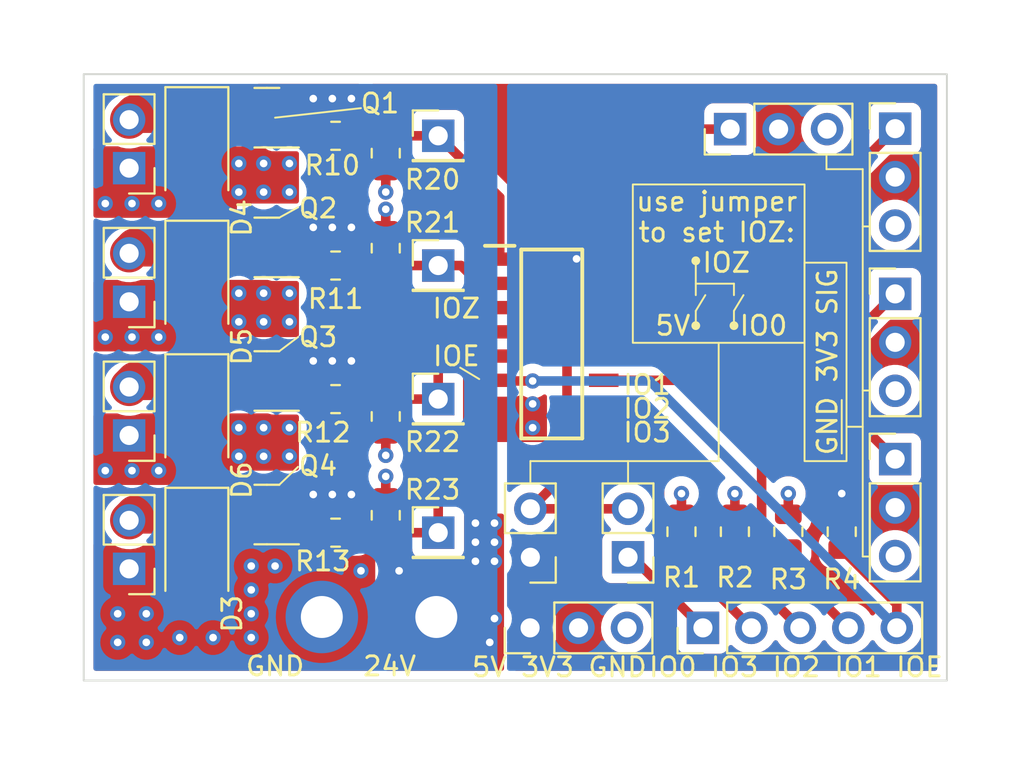
<source format=kicad_pcb>
(kicad_pcb (version 20211014) (generator pcbnew)
  (layers (0 "F.Cu" signal) (1 "In1.Cu" signal) (2 "In2.Cu" signal) (31 "B.Cu" signal) (34 "B.Paste" user) (35 "F.Paste" user) (36 "B.SilkS" user "B.Silkscreen") (37 "F.SilkS" user "F.Silkscreen") (38 "B.Mask" user) (39 "F.Mask" user) (44 "Edge.Cuts" user))
  (net 0 "")
  (net 1 "3V3")
  (net 2 "5V")
  (net 3 "IOZ")
  (net 4 "GND")
  (net 5 "IO0")
  (net 6 "Net-(D3-Pad1)")
  (net 7 "IO1")
  (net 8 "IO3")
  (net 9 "Net-(D4-Pad1)")
  (net 10 "Net-(D5-Pad1)")
  (net 11 "Net-(D6-Pad1)")
  (net 12 "Net-(Q3-Pad1)")
  (net 13 "Y4")
  (net 14 "Y6")
  (net 15 "Y7")
  (net 16 "Net-(Q1-Pad1)")
  (net 17 "Net-(Q2-Pad1)")
  (net 18 "Y5")
  (net 19 "Net-(Q4-Pad1)")
  (net 20 "24V")
  (net 21 "IO2")
  (net 22 "Y3")
  (net 23 "Y0")
  (net 24 "Y1")
  (net 25 "Y2")
  (net 26 "IOE")
  (footprint "Resistor_SMD:R_0805_2012Metric" (layer "F.Cu") (at 81.4 114.2 90)
    (fp_text reference "R3" (at -2.5 0 180) (layer "F.SilkS"))
    (fp_text value "1M")
    (pad "1" smd roundrect (at -0.9125 0 90) (size 1.025 1.4) (layers "F.Cu" "F.Paste" "F.Mask") (roundrect_rratio 0.243902) (net 7 "IO1"))
    (pad "2" smd roundrect (at 0.9125 0 90) (size 1.025 1.4) (layers "F.Cu" "F.Paste" "F.Mask") (roundrect_rratio 0.243902) (net 4 "GND"))
  )
  (footprint "Connector_PinHeader_2.54mm:PinHeader_1x02_P2.54mm_Vertical" (layer "F.Cu") (at 67.88 115.54 180)
    (fp_text reference "J5" hide)
    (fp_text value "Conn_01x02_Male")
    (pad "1" thru_hole rect (at 0 0 180) (size 1.7 1.7) (drill 1) (layers *.Cu *.Mask) (net 2 "5V"))
    (pad "2" thru_hole oval (at 0 2.54 180) (size 1.7 1.7) (drill 1) (layers *.Cu *.Mask) (net 3 "IOZ"))
  )
  (footprint "Connector_PinHeader_2.54mm:PinHeader_1x01_P2.54mm_Vertical" (layer "F.Cu") (at 63.05 114.25)
    (fp_text reference "J16" hide)
    (fp_text value "Conn_01x01_Male")
    (pad "1" thru_hole rect (at 0 0) (size 1.7 1.7) (drill 1) (layers *.Cu *.Mask) (net 18 "Y5"))
  )
  (footprint "Connector_PinHeader_2.54mm:PinHeader_1x01_P2.54mm_Vertical" (layer "F.Cu") (at 63.05 100.25)
    (fp_text reference "J14" hide)
    (fp_text value "Conn_01x01_Male")
    (pad "1" thru_hole rect (at 0 0) (size 1.7 1.7) (drill 1) (layers *.Cu *.Mask) (net 14 "Y6"))
  )
  (footprint "Resistor_SMD:R_0805_2012Metric" (layer "F.Cu") (at 57.67 93.45 180)
    (fp_text reference "R10" (at 0.17 -1.55 180) (layer "F.SilkS"))
    (fp_text value "100")
    (pad "1" smd roundrect (at -0.9125 0 180) (size 1.025 1.4) (layers "F.Cu" "F.Paste" "F.Mask") (roundrect_rratio 0.243902439) (net 13 "Y4"))
    (pad "2" smd roundrect (at 0.9125 0 180) (size 1.025 1.4) (layers "F.Cu" "F.Paste" "F.Mask") (roundrect_rratio 0.243902439) (net 16 "Net-(Q1-Pad1)"))
  )
  (footprint "Resistor_SMD:R_0805_2012Metric" (layer "F.Cu") (at 57.67 114.25 180)
    (fp_text reference "R13" (at 0.67 -1.5) (layer "F.SilkS"))
    (fp_text value "100")
    (pad "1" smd roundrect (at -0.9125 0 180) (size 1.025 1.4) (layers "F.Cu" "F.Paste" "F.Mask") (roundrect_rratio 0.243902439) (net 18 "Y5"))
    (pad "2" smd roundrect (at 0.9125 0 180) (size 1.025 1.4) (layers "F.Cu" "F.Paste" "F.Mask") (roundrect_rratio 0.243902439) (net 19 "Net-(Q4-Pad1)"))
  )
  (footprint "Resistor_SMD:R_0805_2012Metric" (layer "F.Cu") (at 84.2 114.2 90)
    (fp_text reference "R4" (at -2.5 0 180) (layer "F.SilkS"))
    (fp_text value "1M")
    (pad "1" smd roundrect (at -0.9125 0 90) (size 1.025 1.4) (layers "F.Cu" "F.Paste" "F.Mask") (roundrect_rratio 0.243902) (net 26 "IOE"))
    (pad "2" smd roundrect (at 0.9125 0 90) (size 1.025 1.4) (layers "F.Cu" "F.Paste" "F.Mask") (roundrect_rratio 0.243902) (net 2 "5V"))
  )
  (footprint "Connector_PinHeader_2.54mm:PinHeader_1x05_P2.54mm_Vertical" (layer "F.Cu") (at 76.925 119.24 90)
    (fp_text reference "J8" hide)
    (fp_text value "Conn_01x03_Male")
    (pad "1" thru_hole rect (at 0 0 90) (size 1.7 1.7) (drill 1) (layers *.Cu *.Mask) (net 5 "IO0"))
    (pad "2" thru_hole oval (at 0 2.54 90) (size 1.7 1.7) (drill 1) (layers *.Cu *.Mask) (net 8 "IO3"))
    (pad "3" thru_hole oval (at 0 5.08 90) (size 1.7 1.7) (drill 1) (layers *.Cu *.Mask) (net 21 "IO2"))
    (pad "4" thru_hole oval (at 0 7.62 90) (size 1.7 1.7) (drill 1) (layers *.Cu *.Mask) (net 7 "IO1"))
    (pad "5" thru_hole oval (at 0 10.16 90) (size 1.7 1.7) (drill 1) (layers *.Cu *.Mask) (net 26 "IOE"))
  )
  (footprint "Resistor_SMD:R_0805_2012Metric" (layer "F.Cu") (at 60.3 94.36 90)
    (fp_text reference "R20" (at -1.39 2.45 180) (layer "F.SilkS"))
    (fp_text value "1M")
    (pad "1" smd roundrect (at -0.9125 0 90) (size 1.025 1.4) (layers "F.Cu" "F.Paste" "F.Mask") (roundrect_rratio 0.243902439) (net 4 "GND"))
    (pad "2" smd roundrect (at 0.9125 0 90) (size 1.025 1.4) (layers "F.Cu" "F.Paste" "F.Mask") (roundrect_rratio 0.243902439) (net 13 "Y4"))
  )
  (footprint "Connector_PinHeader_2.54mm:PinHeader_1x03_P2.54mm_Vertical" (layer "F.Cu") (at 87 101.735)
    (fp_text reference "J11" hide)
    (fp_text value "Conn_01x03_Male")
    (pad "1" thru_hole rect (at 0 0) (size 1.7 1.7) (drill 1) (layers *.Cu *.Mask) (net 23 "Y0"))
    (pad "2" thru_hole oval (at 0 2.54) (size 1.7 1.7) (drill 1) (layers *.Cu *.Mask) (net 1 "3V3"))
    (pad "3" thru_hole oval (at 0 5.08) (size 1.7 1.7) (drill 1) (layers *.Cu *.Mask) (net 4 "GND"))
  )
  (footprint "Package_TO_SOT_SMD:SOT-23" (layer "F.Cu") (at 54.07 106.3 180)
    (fp_text reference "Q3" (at -2.68 2.3) (layer "F.SilkS"))
    (fp_text value "AO3400A")
    (pad "1" smd roundrect (at -0.9375 -0.95 180) (size 1.475 0.6) (layers "F.Cu" "F.Paste" "F.Mask") (net 12 "Net-(Q3-Pad1)"))
    (pad "2" smd roundrect (at -0.9375 0.95 180) (size 1.475 0.6) (layers "F.Cu" "F.Paste" "F.Mask") (net 20 "24V"))
    (pad "3" smd roundrect (at 0.9375 0 180) (size 1.475 0.6) (layers "F.Cu" "F.Paste" "F.Mask") (net 11 "Net-(D6-Pad1)"))
  )
  (footprint "Connector_PinHeader_2.54mm:PinHeader_1x03_P2.54mm_Vertical" (layer "F.Cu") (at 87 93.075)
    (fp_text reference "J10" hide)
    (fp_text value "Conn_01x03_Male")
    (pad "1" thru_hole rect (at 0 0) (size 1.7 1.7) (drill 1) (layers *.Cu *.Mask) (net 24 "Y1"))
    (pad "2" thru_hole oval (at 0 2.54) (size 1.7 1.7) (drill 1) (layers *.Cu *.Mask) (net 1 "3V3"))
    (pad "3" thru_hole oval (at 0 5.08) (size 1.7 1.7) (drill 1) (layers *.Cu *.Mask) (net 4 "GND"))
  )
  (footprint "Connector_PinHeader_2.54mm:PinHeader_1x02_P2.54mm_Vertical" (layer "F.Cu") (at 46.85 95.145 180)
    (fp_text reference "J1" hide)
    (fp_text value "Conn_01x02_Male")
    (pad "1" thru_hole rect (at 0 0 180) (size 1.7 1.7) (drill 1) (layers *.Cu *.Mask) (net 4 "GND"))
    (pad "2" thru_hole oval (at 0 2.54 180) (size 1.7 1.7) (drill 1) (layers *.Cu *.Mask) (net 9 "Net-(D4-Pad1)"))
  )
  (footprint "MountingHole:MountingHole_2.2mm_M2_ISO14580_Pad" (layer "F.Cu") (at 56.95 118.67)
    (fp_text reference "J17" hide)
    (fp_text value "Conn_01x01_Female")
    (pad "1" thru_hole circle (at 0 0) (size 3.8 3.8) (drill 2.2) (layers *.Cu *.Mask) (net 4 "GND"))
  )
  (footprint "Diode_SMD:D_SMA" (layer "F.Cu") (at 50.4 108.3 -90)
    (fp_text reference "D6" (at 3.2 -2.35 90) (layer "F.SilkS"))
    (fp_text value "SS54")
    (pad "1" smd rect (at -2 0 270) (size 2.5 1.8) (layers "F.Cu" "F.Paste" "F.Mask") (net 11 "Net-(D6-Pad1)"))
    (pad "2" smd rect (at 2 0 270) (size 2.5 1.8) (layers "F.Cu" "F.Paste" "F.Mask") (net 4 "GND"))
  )
  (footprint "Connector_PinHeader_2.54mm:PinHeader_1x01_P2.54mm_Vertical" (layer "F.Cu") (at 63.05 107.25)
    (fp_text reference "J15" hide)
    (fp_text value "Conn_01x01_Male")
    (pad "1" thru_hole rect (at 0 0) (size 1.7 1.7) (drill 1) (layers *.Cu *.Mask) (net 15 "Y7"))
  )
  (footprint "Connector_PinHeader_2.54mm:PinHeader_1x01_P2.54mm_Vertical" (layer "F.Cu") (at 63.05 93.45)
    (fp_text reference "J13" hide)
    (fp_text value "Conn_01x01_Male")
    (pad "1" thru_hole rect (at 0 0) (size 1.7 1.7) (drill 1) (layers *.Cu *.Mask) (net 13 "Y4"))
  )
  (footprint "SamacSys_Parts:SOIC127P600X175-16N" (layer "F.Cu") (at 69 104.36)
    (fp_text reference "IC1" hide)
    (fp_text value "CD4051BM96" hide)
    (pad "1" smd rect locked (at -2.725 -4.445 90) (size 0.7 1.55) (layers "F.Cu" "F.Paste" "F.Mask") (net 13 "Y4"))
    (pad "2" smd rect locked (at -2.725 -3.175 90) (size 0.7 1.55) (layers "F.Cu" "F.Paste" "F.Mask") (net 14 "Y6"))
    (pad "3" smd rect locked (at -2.725 -1.905 90) (size 0.7 1.55) (layers "F.Cu" "F.Paste" "F.Mask") (net 3 "IOZ"))
    (pad "4" smd rect locked (at -2.725 -0.635 90) (size 0.7 1.55) (layers "F.Cu" "F.Paste" "F.Mask") (net 15 "Y7"))
    (pad "5" smd rect locked (at -2.725 0.635 90) (size 0.7 1.55) (layers "F.Cu" "F.Paste" "F.Mask") (net 18 "Y5"))
    (pad "6" smd rect locked (at -2.725 1.905 90) (size 0.7 1.55) (layers "F.Cu" "F.Paste" "F.Mask") (net 26 "IOE"))
    (pad "7" smd rect locked (at -2.725 3.175 90) (size 0.7 1.55) (layers "F.Cu" "F.Paste" "F.Mask") (net 4 "GND"))
    (pad "8" smd rect locked (at -2.725 4.445 90) (size 0.7 1.55) (layers "F.Cu" "F.Paste" "F.Mask") (net 4 "GND"))
    (pad "9" smd rect locked (at 2.725 4.445 90) (size 0.7 1.55) (layers "F.Cu" "F.Paste" "F.Mask") (net 8 "IO3"))
    (pad "10" smd rect locked (at 2.725 3.175 90) (size 0.7 1.55) (layers "F.Cu" "F.Paste" "F.Mask") (net 21 "IO2"))
    (pad "11" smd rect locked (at 2.725 1.905 90) (size 0.7 1.55) (layers "F.Cu" "F.Paste" "F.Mask") (net 7 "IO1"))
    (pad "12" smd rect locked (at 2.725 0.635 90) (size 0.7 1.55) (layers "F.Cu" "F.Paste" "F.Mask") (net 22 "Y3"))
    (pad "13" smd rect locked (at 2.725 -0.635 90) (size 0.7 1.55) (layers "F.Cu" "F.Paste" "F.Mask") (net 23 "Y0"))
    (pad "14" smd rect locked (at 2.725 -1.905 90) (size 0.7 1.55) (layers "F.Cu" "F.Paste" "F.Mask") (net 24 "Y1"))
    (pad "15" smd rect locked (at 2.725 -3.175 90) (size 0.7 1.55) (layers "F.Cu" "F.Paste" "F.Mask") (net 25 "Y2"))
    (pad "16" smd rect locked (at 2.725 -4.445 90) (size 0.7 1.55) (layers "F.Cu" "F.Paste" "F.Mask") (net 2 "5V"))
  )
  (footprint "Resistor_SMD:R_0805_2012Metric" (layer "F.Cu") (at 57.67 107.25)
    (fp_text reference "R12" (at -0.67 1.75) (layer "F.SilkS"))
    (fp_text value "100")
    (pad "1" smd roundrect (at -0.9125 0) (size 1.025 1.4) (layers "F.Cu" "F.Paste" "F.Mask") (roundrect_rratio 0.243902439) (net 12 "Net-(Q3-Pad1)"))
    (pad "2" smd roundrect (at 0.9125 0) (size 1.025 1.4) (layers "F.Cu" "F.Paste" "F.Mask") (roundrect_rratio 0.243902439) (net 15 "Y7"))
  )
  (footprint "Connector_PinHeader_2.54mm:PinHeader_1x02_P2.54mm_Vertical" (layer "F.Cu") (at 46.85 109.155 180)
    (fp_text reference "J3" hide)
    (fp_text value "Conn_01x02_Male")
    (pad "1" thru_hole rect (at 0 0 180) (size 1.7 1.7) (drill 1) (layers *.Cu *.Mask) (net 4 "GND"))
    (pad "2" thru_hole oval (at 0 2.54 180) (size 1.7 1.7) (drill 1) (layers *.Cu *.Mask) (net 11 "Net-(D6-Pad1)"))
  )
  (footprint "Connector_PinHeader_2.54mm:PinHeader_1x02_P2.54mm_Vertical" (layer "F.Cu") (at 73 115.54 180)
    (fp_text reference "J6" hide)
    (fp_text value "Conn_01x02_Male")
    (pad "1" thru_hole rect (at 0 0 180) (size 1.7 1.7) (drill 1) (layers *.Cu *.Mask) (net 5 "IO0"))
    (pad "2" thru_hole oval (at 0 2.54 180) (size 1.7 1.7) (drill 1) (layers *.Cu *.Mask) (net 3 "IOZ"))
  )
  (footprint "Resistor_SMD:R_0805_2012Metric" (layer "F.Cu") (at 78.6 114.2 90)
    (fp_text reference "R2" (at -2.4 0 180) (layer "F.SilkS"))
    (fp_text value "1M")
    (pad "1" smd roundrect (at -0.9125 0 90) (size 1.025 1.4) (layers "F.Cu" "F.Paste" "F.Mask") (roundrect_rratio 0.243902) (net 21 "IO2"))
    (pad "2" smd roundrect (at 0.9125 0 90) (size 1.025 1.4) (layers "F.Cu" "F.Paste" "F.Mask") (roundrect_rratio 0.243902) (net 4 "GND"))
  )
  (footprint "Resistor_SMD:R_0805_2012Metric" (layer "F.Cu") (at 60.3 113.34 -90)
    (fp_text reference "R23" (at -1.34 -2.45 180) (layer "F.SilkS"))
    (fp_text value "1M")
    (pad "1" smd roundrect (at -0.9125 0 270) (size 1.025 1.4) (layers "F.Cu" "F.Paste" "F.Mask") (roundrect_rratio 0.243902439) (net 4 "GND"))
    (pad "2" smd roundrect (at 0.9125 0 270) (size 1.025 1.4) (layers "F.Cu" "F.Paste" "F.Mask") (roundrect_rratio 0.243902439) (net 18 "Y5"))
  )
  (footprint "Connector_PinHeader_2.54mm:PinHeader_1x03_P2.54mm_Vertical" (layer "F.Cu") (at 67.865 119.24 90)
    (fp_text reference "J7" hide)
    (fp_text value "Conn_01x03_Male")
    (pad "1" thru_hole rect (at 0 0 90) (size 1.7 1.7) (drill 1) (layers *.Cu *.Mask) (net 2 "5V"))
    (pad "2" thru_hole oval (at 0 2.54 90) (size 1.7 1.7) (drill 1) (layers *.Cu *.Mask) (net 1 "3V3"))
    (pad "3" thru_hole oval (at 0 5.08 90) (size 1.7 1.7) (drill 1) (layers *.Cu *.Mask) (net 4 "GND"))
  )
  (footprint "Connector_PinHeader_2.54mm:PinHeader_1x03_P2.54mm_Vertical" (layer "F.Cu") (at 78.35 93.1 90)
    (fp_text reference "J9" hide)
    (fp_text value "Conn_01x03_Male")
    (pad "1" thru_hole rect (at 0 0 90) (size 1.7 1.7) (drill 1) (layers *.Cu *.Mask) (net 25 "Y2"))
    (pad "2" thru_hole oval (at 0 2.54 90) (size 1.7 1.7) (drill 1) (layers *.Cu *.Mask) (net 1 "3V3"))
    (pad "3" thru_hole oval (at 0 5.08 90) (size 1.7 1.7) (drill 1) (layers *.Cu *.Mask) (net 4 "GND"))
  )
  (footprint "Resistor_SMD:R_0805_2012Metric" (layer "F.Cu") (at 60.3 108.16 90)
    (fp_text reference "R22" (at -1.34 2.45 180) (layer "F.SilkS"))
    (fp_text value "1M")
    (pad "1" smd roundrect (at -0.9125 0 90) (size 1.025 1.4) (layers "F.Cu" "F.Paste" "F.Mask") (roundrect_rratio 0.243902439) (net 4 "GND"))
    (pad "2" smd roundrect (at 0.9125 0 90) (size 1.025 1.4) (layers "F.Cu" "F.Paste" "F.Mask") (roundrect_rratio 0.243902439) (net 15 "Y7"))
  )
  (footprint "Resistor_SMD:R_0805_2012Metric" (layer "F.Cu") (at 57.67 100.25)
    (fp_text reference "R11" (at 0 1.75) (layer "F.SilkS"))
    (fp_text value "100")
    (pad "1" smd roundrect (at -0.9125 0) (size 1.025 1.4) (layers "F.Cu" "F.Paste" "F.Mask") (roundrect_rratio 0.243902439) (net 17 "Net-(Q2-Pad1)"))
    (pad "2" smd roundrect (at 0.9125 0) (size 1.025 1.4) (layers "F.Cu" "F.Paste" "F.Mask") (roundrect_rratio 0.243902439) (net 14 "Y6"))
  )
  (footprint "Package_TO_SOT_SMD:SOT-23" (layer "F.Cu") (at 54.07 92.5 180)
    (fp_text reference "Q1" (at -5.93 0.75) (layer "F.SilkS"))
    (fp_text value "AO3400A")
    (pad "1" smd roundrect (at -0.9375 -0.95 180) (size 1.475 0.6) (layers "F.Cu" "F.Paste" "F.Mask") (net 16 "Net-(Q1-Pad1)"))
    (pad "2" smd roundrect (at -0.9375 0.95 180) (size 1.475 0.6) (layers "F.Cu" "F.Paste" "F.Mask") (net 20 "24V"))
    (pad "3" smd roundrect (at 0.9375 0 180) (size 1.475 0.6) (layers "F.Cu" "F.Paste" "F.Mask") (net 9 "Net-(D4-Pad1)"))
  )
  (footprint "Diode_SMD:D_SMA" (layer "F.Cu") (at 50.4 94.3 -90)
    (fp_text reference "D4" (at 3.45 -2.35 90) (layer "F.SilkS"))
    (fp_text value "SS54")
    (pad "1" smd rect (at -2 0 270) (size 2.5 1.8) (layers "F.Cu" "F.Paste" "F.Mask") (net 9 "Net-(D4-Pad1)"))
    (pad "2" smd rect (at 2 0 270) (size 2.5 1.8) (layers "F.Cu" "F.Paste" "F.Mask") (net 4 "GND"))
  )
  (footprint "Connector_PinHeader_2.54mm:PinHeader_1x02_P2.54mm_Vertical" (layer "F.Cu") (at 46.85 116.145 180)
    (fp_text reference "J4" hide)
    (fp_text value "Conn_01x02_Male")
    (pad "1" thru_hole rect (at 0 0 180) (size 1.7 1.7) (drill 1) (layers *.Cu *.Mask) (net 4 "GND"))
    (pad "2" thru_hole oval (at 0 2.54 180) (size 1.7 1.7) (drill 1) (layers *.Cu *.Mask) (net 6 "Net-(D3-Pad1)"))
  )
  (footprint "Diode_SMD:D_SMA" (layer "F.Cu") (at 50.4 115.3 -90)
    (fp_text reference "D3" (at 3.2 -1.85 90) (layer "F.SilkS"))
    (fp_text value "SS54")
    (pad "1" smd rect (at -2 0 270) (size 2.5 1.8) (layers "F.Cu" "F.Paste" "F.Mask") (net 6 "Net-(D3-Pad1)"))
    (pad "2" smd rect (at 2 0 270) (size 2.5 1.8) (layers "F.Cu" "F.Paste" "F.Mask") (net 4 "GND"))
  )
  (footprint "Package_TO_SOT_SMD:SOT-23" (layer "F.Cu") (at 54.07 113.3 180)
    (fp_text reference "Q4" (at -2.68 2.55) (layer "F.SilkS"))
    (fp_text value "AO3400A")
    (pad "1" smd roundrect (at -0.9375 -0.95 180) (size 1.475 0.6) (layers "F.Cu" "F.Paste" "F.Mask") (net 19 "Net-(Q4-Pad1)"))
    (pad "2" smd roundrect (at -0.9375 0.95 180) (size 1.475 0.6) (layers "F.Cu" "F.Paste" "F.Mask") (net 20 "24V"))
    (pad "3" smd roundrect (at 0.9375 0 180) (size 1.475 0.6) (layers "F.Cu" "F.Paste" "F.Mask") (net 6 "Net-(D3-Pad1)"))
  )
  (footprint "Connector_PinHeader_2.54mm:PinHeader_1x03_P2.54mm_Vertical" (layer "F.Cu") (at 87 110.395)
    (fp_text reference "J12" hide)
    (fp_text value "Conn_01x03_Male")
    (pad "1" thru_hole rect (at 0 0) (size 1.7 1.7) (drill 1) (layers *.Cu *.Mask) (net 22 "Y3"))
    (pad "2" thru_hole oval (at 0 2.54) (size 1.7 1.7) (drill 1) (layers *.Cu *.Mask) (net 1 "3V3"))
    (pad "3" thru_hole oval (at 0 5.08) (size 1.7 1.7) (drill 1) (layers *.Cu *.Mask) (net 4 "GND"))
  )
  (footprint "MountingHole:MountingHole_2.2mm_M2_ISO14580_Pad" (layer "F.Cu") (at 62.95 118.67)
    (fp_text reference "J18" hide)
    (fp_text value "Conn_01x01_Female")
    (pad "1" thru_hole circle (at 0 0) (size 3.8 3.8) (drill 2.2) (layers *.Cu *.Mask) (net 20 "24V"))
  )
  (footprint "Connector_PinHeader_2.54mm:PinHeader_1x02_P2.54mm_Vertical" (layer "F.Cu") (at 46.85 102.15 180)
    (fp_text reference "J2" hide)
    (fp_text value "Conn_01x02_Male")
    (pad "1" thru_hole rect (at 0 0 180) (size 1.7 1.7) (drill 1) (layers *.Cu *.Mask) (net 4 "GND"))
    (pad "2" thru_hole oval (at 0 2.54 180) (size 1.7 1.7) (drill 1) (layers *.Cu *.Mask) (net 10 "Net-(D5-Pad1)"))
  )
  (footprint "Diode_SMD:D_SMA" (layer "F.Cu") (at 50.4 101.3 -90)
    (fp_text reference "D5" (at 3.2 -2.35 90) (layer "F.SilkS"))
    (fp_text value "SS54")
    (pad "1" smd rect (at -2 0 270) (size 2.5 1.8) (layers "F.Cu" "F.Paste" "F.Mask") (net 10 "Net-(D5-Pad1)"))
    (pad "2" smd rect (at 2 0 270) (size 2.5 1.8) (layers "F.Cu" "F.Paste" "F.Mask") (net 4 "GND"))
  )
  (footprint "Resistor_SMD:R_0805_2012Metric" (layer "F.Cu") (at 60.3 99.34 -90)
    (fp_text reference "R21" (at -1.34 -2.45 180) (layer "F.SilkS"))
    (fp_text value "1M")
    (pad "1" smd roundrect (at -0.9125 0 270) (size 1.025 1.4) (layers "F.Cu" "F.Paste" "F.Mask") (roundrect_rratio 0.243902439) (net 4 "GND"))
    (pad "2" smd roundrect (at 0.9125 0 270) (size 1.025 1.4) (layers "F.Cu" "F.Paste" "F.Mask") (roundrect_rratio 0.243902439) (net 14 "Y6"))
  )
  (footprint "Package_TO_SOT_SMD:SOT-23" (layer "F.Cu") (at 54.07 99.3 180)
    (fp_text reference "Q2" (at -2.68 2.05) (layer "F.SilkS"))
    (fp_text value "AO3400A")
    (pad "1" smd roundrect (at -0.9375 -0.95 180) (size 1.475 0.6) (layers "F.Cu" "F.Paste" "F.Mask") (net 17 "Net-(Q2-Pad1)"))
    (pad "2" smd roundrect (at -0.9375 0.95 180) (size 1.475 0.6) (layers "F.Cu" "F.Paste" "F.Mask") (net 20 "24V"))
    (pad "3" smd roundrect (at 0.9375 0 180) (size 1.475 0.6) (layers "F.Cu" "F.Paste" "F.Mask") (net 10 "Net-(D5-Pad1)"))
  )
  (footprint "Resistor_SMD:R_0805_2012Metric" (layer "F.Cu") (at 75.8 114.2 90)
    (fp_text reference "R1" (at -2.4 0 180) (layer "F.SilkS"))
    (fp_text value "1M")
    (pad "1" smd roundrect (at -0.9125 0 90) (size 1.025 1.4) (layers "F.Cu" "F.Paste" "F.Mask") (roundrect_rratio 0.243902) (net 8 "IO3"))
    (pad "2" smd roundrect (at 0.9125 0 90) (size 1.025 1.4) (layers "F.Cu" "F.Paste" "F.Mask") (roundrect_rratio 0.243902) (net 4 "GND"))
  )
  (gr_line (start 55.7 97.2) (end 54.72 97.74) (layer "F.SilkS") (width 0.1))
  (gr_line (start 55.7 110.8) (end 54.72 111.74) (layer "F.SilkS") (width 0.1))
  (gr_circle (center 76.55 100) (end 76.730278 100) (layer "F.SilkS") (width 0.1) (fill solid))
  (gr_line (start 78.55 101.2) (end 76.55 101.2) (layer "F.SilkS") (width 0.1))
  (gr_line (start 67.88 110.5) (end 77.75 110.5) (layer "F.SilkS") (width 0.1))
  (gr_line (start 55.7 104) (end 54.72 104.74) (layer "F.SilkS") (width 0.1))
  (gr_line (start 78.55 101.8) (end 78.55 101.2) (layer "F.SilkS") (width 0.1))
  (gr_line (start 73 111.67) (end 73 110.5) (layer "F.SilkS") (width 0.1))
  (gr_line (start 64.2 105.6) (end 65.2 106.2) (layer "F.SilkS") (width 0.1))
  (gr_line (start 85.3 98.2) (end 85.6 98.2) (layer "F.SilkS") (width 0.1))
  (gr_line (start 85.3 115.5) (end 85.3 95.2) (layer "F.SilkS") (width 0.1))
  (gr_line (start 67.88 111.67) (end 67.88 110.5) (layer "F.SilkS") (width 0.1))
  (gr_rect (start 82.25 104.3) (end 73.25 96) (layer "F.SilkS") (width 0.1) (fill none))
  (gr_line (start 77.75 104.3) (end 77.75 110.5) (layer "F.SilkS") (width 0.1))
  (gr_line (start 85.3 106.8) (end 85.6 106.8) (layer "F.SilkS") (width 0.1))
  (gr_circle (center 78.55 103.4) (end 78.730278 103.4) (layer "F.SilkS") (width 0.1) (fill solid))
  (gr_line (start 59 92) (end 54.5 92.5) (layer "F.SilkS") (width 0.1))
  (gr_line (start 76.55 101.8) (end 76.55 100.2) (layer "F.SilkS") (width 0.1))
  (gr_line (start 85.3 95.2) (end 83.4 95.2) (layer "F.SilkS") (width 0.1))
  (gr_line (start 76.55 102.625) (end 77.05 101.8) (layer "F.SilkS") (width 0.1))
  (gr_line (start 76.55 103.175) (end 76.55 102.625) (layer "F.SilkS") (width 0.1))
  (gr_line (start 83.4 95.2) (end 83.4 94.5) (layer "F.SilkS") (width 0.1))
  (gr_rect (start 84.45 110.5) (end 82.25 100.1) (layer "F.SilkS") (width 0.1) (fill none))
  (gr_line (start 78.55 102.625) (end 79.05 101.8) (layer "F.SilkS") (width 0.1))
  (gr_line (start 85.6 115.5) (end 85.3 115.5) (layer "F.SilkS") (width 0.1))
  (gr_circle (center 76.55 103.4) (end 76.730278 103.4) (layer "F.SilkS") (width 0.1) (fill solid))
  (gr_line (start 84.2 110.1) (end 84.2 107.3) (layer "F.SilkS") (width 0.1))
  (gr_line (start 84.5 108.7) (end 85.3 108.7) (layer "F.SilkS") (width 0.1))
  (gr_line (start 78.55 103.175) (end 78.55 102.625) (layer "F.SilkS") (width 0.1))
  (gr_rect (start 44.47 90.22) (end 89.71 122) (layer "Edge.Cuts") (width 0.1) (fill none))
  (gr_text "IO0 IO3 IO2 IO1 IOE" (at 81.8 121.3) (layer "F.SilkS") (effects (font (size 1 1))))
  (gr_text "use jumper\nto set IOZ:" (at 77.65 97.7) (layer "F.SilkS") (effects (font (size 1 1))))
  (gr_text "IOE" (at 64 105) (layer "F.SilkS") (effects (font (size 1 1))))
  (gr_text "IO3" (at 74 109) (layer "F.SilkS") (effects (font (size 1 1))))
  (gr_text "IOZ" (at 64 102.5) (layer "F.SilkS") (effects (font (size 1 1))))
  (gr_text "IO0" (at 80.1 103.4) (layer "F.SilkS") (effects (font (size 1 1))))
  (gr_text "IO2" (at 74 107.75) (layer "F.SilkS") (effects (font (size 1 1))))
  (gr_text "IO1" (at 74 106.5) (layer "F.SilkS") (effects (font (size 1 1))))
  (gr_text "GND" (at 54.5 121.25) (layer "F.SilkS") (effects (font (size 1 1))))
  (gr_text "5V" (at 75.35 103.4) (layer "F.SilkS") (effects (font (size 1 1))))
  (gr_text "24V" (at 60.5 121.25) (layer "F.SilkS") (effects (font (size 1 1))))
  (gr_text "5V 3V3 GND" (at 69.4 121.3) (layer "F.SilkS") (effects (font (size 1 1))))
  (gr_text "IOZ" (at 78.15 100.1) (layer "F.SilkS") (effects (font (size 1 1))))
  (gr_text "GND 3V3 SIG" (at 83.45 105.3 90) (layer "F.SilkS") (effects (font (size 1 1))))
  (segment (start 84.2 113.2875) (end 84.2 112.2) (width 0.5) (layer "F.Cu") (net 2))
  (segment (start 70.315 99.915) (end 70.3 99.9) (width 1) (layer "F.Cu") (net 2))
  (segment (start 71.725 99.915) (end 70.315 99.915) (width 1) (layer "F.Cu") (net 2))
  (via (at 84.2 112.2) (size 0.8) (drill 0.4) (layers "F.Cu" "B.Cu") (net 2))
  (via (at 70.3 99.9) (size 0.8) (drill 0.4) (layers "F.Cu" "B.Cu") (net 2))
  (segment (start 69.8 111.08) (end 67.88 113) (width 0.5) (layer "F.Cu") (net 3))
  (segment (start 68.255 102.455) (end 69.8 104) (width 0.5) (layer "F.Cu") (net 3))
  (segment (start 66.275 102.455) (end 68.255 102.455) (width 0.5) (layer "F.Cu") (net 3))
  (segment (start 69.8 104) (end 69.8 111.08) (width 0.5) (layer "F.Cu") (net 3))
  (segment (start 73 113) (end 67.88 113) (width 0.5) (layer "F.Cu") (net 3))
  (segment (start 60.3 98.4275) (end 60.3 97.3) (width 0.5) (layer "F.Cu") (net 4))
  (segment (start 81.4 113.2875) (end 81.4 112.2) (width 0.5) (layer "F.Cu") (net 4))
  (segment (start 60.3 95.2725) (end 60.3 96.4) (width 0.5) (layer "F.Cu") (net 4))
  (segment (start 60.3 112.4275) (end 60.3 111.3) (width 0.5) (layer "F.Cu") (net 4))
  (segment (start 60.3 109.0725) (end 60.3 110.2) (width 0.5) (layer "F.Cu") (net 4))
  (segment (start 75.8 113.2875) (end 75.8 112.2) (width 0.5) (layer "F.Cu") (net 4))
  (segment (start 78.6 113.2875) (end 78.6 112.2) (width 0.5) (layer "F.Cu") (net 4))
  (via (at 53.9 94.9) (size 0.8) (drill 0.4) (layers "F.Cu" "B.Cu") (net 4))
  (via (at 47 111) (size 0.8) (drill 0.4) (layers "F.Cu" "B.Cu") (net 4))
  (via (at 54.5 116) (size 0.8) (drill 0.4) (layers "F.Cu" "B.Cu") (net 4))
  (via (at 81.4 112.2) (size 0.8) (drill 0.4) (layers "F.Cu" "B.Cu") (net 4))
  (via (at 53.9 96.4) (size 0.8) (drill 0.4) (layers "F.Cu" "B.Cu") (net 4))
  (via (at 68 108.75) (size 0.8) (drill 0.4) (layers "F.Cu" "B.Cu") (net 4))
  (via (at 46.25 118.5) (size 0.8) (drill 0.4) (layers "F.Cu" "B.Cu") (net 4))
  (via (at 45.6 104) (size 0.8) (drill 0.4) (layers "F.Cu" "B.Cu") (net 4))
  (via (at 49.5 119.75) (size 0.8) (drill 0.4) (layers "F.Cu" "B.Cu") (net 4))
  (via (at 60.3 111.3) (size 0.8) (drill 0.4) (layers "F.Cu" "B.Cu") (net 4))
  (via (at 45.6 111) (size 0.8) (drill 0.4) (layers "F.Cu" "B.Cu") (net 4))
  (via (at 60.3 96.4) (size 0.8) (drill 0.4) (layers "F.Cu" "B.Cu") (net 4))
  (via (at 52.6 94.9) (size 0.8) (drill 0.4) (layers "F.Cu" "B.Cu") (net 4))
  (via (at 53.9 108.75) (size 0.8) (drill 0.4) (layers "F.Cu" "B.Cu") (net 4))
  (via (at 46.25 120) (size 0.8) (drill 0.4) (layers "F.Cu" "B.Cu") (net 4))
  (via (at 75.8 112.2) (size 0.8) (drill 0.4) (layers "F.Cu" "B.Cu") (net 4))
  (via (at 60.3 110.2) (size 0.8) (drill 0.4) (layers "F.Cu" "B.Cu") (net 4))
  (via (at 48.4 111) (size 0.8) (drill 0.4) (layers "F.Cu" "B.Cu") (net 4))
  (via (at 55.25 96.4) (size 0.8) (drill 0.4) (layers "F.Cu" "B.Cu") (net 4))
  (via (at 51.25 119.75) (size 0.8) (drill 0.4) (layers "F.Cu" "B.Cu") (net 4))
  (via (at 52.6 110.25) (size 0.8) (drill 0.4) (layers "F.Cu" "B.Cu") (net 4))
  (via (at 47 104) (size 0.8) (drill 0.4) (layers "F.Cu" "B.Cu") (net 4))
  (via (at 60.3 97.3) (size 0.8) (drill 0.4) (layers "F.Cu" "B.Cu") (net 4))
  (via (at 53.9 103.2) (size 0.8) (drill 0.4) (layers "F.Cu" "B.Cu") (net 4))
  (via (at 52.6 96.4) (size 0.8) (drill 0.4) (layers "F.Cu" "B.Cu") (net 4))
  (via (at 47.75 118.5) (size 0.8) (drill 0.4) (layers "F.Cu" "B.Cu") (net 4))
  (via (at 47.75 120) (size 0.8) (drill 0.4) (layers "F.Cu" "B.Cu") (net 4))
  (via (at 55.25 110.25) (size 0.8) (drill 0.4) (layers "F.Cu" "B.Cu") (net 4))
  (via (at 53.9 101.7) (size 0.8) (drill 0.4) (layers "F.Cu" "B.Cu") (net 4))
  (via (at 59 116.25) (size 0.8) (drill 0.4) (layers "F.Cu" "B.Cu") (net 4))
  (via (at 47 97) (size 0.8) (drill 0.4) (layers "F.Cu" "B.Cu") (net 4))
  (via (at 52.6 101.7) (size 0.8) (drill 0.4) (layers "F.Cu" "B.Cu") (net 4))
  (via (at 68 107.5) (size 0.8) (drill 0.4) (layers "F.Cu" "B.Cu") (net 4))
  (via (at 55.25 108.75) (size 0.8) (drill 0.4) (layers "F.Cu" "B.Cu") (net 4))
  (via (at 48.4 104) (size 0.8) (drill 0.4) (layers "F.Cu" "B.Cu") (net 4))
  (via (at 78.6 112.2) (size 0.8) (drill 0.4) (layers "F.Cu" "B.Cu") (net 4))
  (via (at 53.9 110.25) (size 0.8) (drill 0.4) (layers "F.Cu" "B.Cu") (net 4))
  (via (at 45.6 97) (size 0.8) (drill 0.4) (layers "F.Cu" "B.Cu") (net 4))
  (via (at 55.25 94.9) (size 0.8) (drill 0.4) (layers "F.Cu" "B.Cu") (net 4))
  (via (at 55.25 101.7) (size 0.8) (drill 0.4) (layers "F.Cu" "B.Cu") (net 4))
  (via (at 53.25 119.75) (size 0.8) (drill 0.4) (layers "F.Cu" "B.Cu") (net 4))
  (via (at 52.6 108.75) (size 0.8) (drill 0.4) (layers "F.Cu" "B.Cu") (net 4))
  (via (at 55.25 103.2) (size 0.8) (drill 0.4) (layers "F.Cu" "B.Cu") (net 4))
  (via (at 53.25 118.5) (size 0.8) (drill 0.4) (layers "F.Cu" "B.Cu") (net 4))
  (via (at 53.25 117.25) (size 0.8) (drill 0.4) (layers "F.Cu" "B.Cu") (net 4))
  (via (at 52.6 103.2) (size 0.8) (drill 0.4) (layers "F.Cu" "B.Cu") (net 4))
  (via (at 53.25 116) (size 0.8) (drill 0.4) (layers "F.Cu" "B.Cu") (net 4))
  (via (at 48.4 97) (size 0.8) (drill 0.4) (layers "F.Cu" "B.Cu") (net 4))
  (segment (start 73.225 115.54) (end 76.925 119.24) (width 0.5) (layer "F.Cu") (net 5))
  (segment (start 73 115.54) (end 73.225 115.54) (width 0.5) (layer "F.Cu") (net 5))
  (segment (start 53.1325 113.3) (end 50.4 113.3) (width 2) (layer "F.Cu") (net 6))
  (segment (start 47.155 113.3) (end 46.85 113.605) (width 2) (layer "F.Cu") (net 6))
  (segment (start 50.4 113.3) (end 47.155 113.3) (width 2) (layer "F.Cu") (net 6))
  (segment (start 80 114.6) (end 80 109.9) (width 0.5) (layer "F.Cu") (net 7))
  (segment (start 80 109.9) (end 76.365 106.265) (width 0.5) (layer "F.Cu") (net 7))
  (segment (start 80.5125 115.1125) (end 80 114.6) (width 0.5) (layer "F.Cu") (net 7))
  (segment (start 84.545 119.24) (end 81.4 116.095) (width 0.5) (layer "F.Cu") (net 7))
  (segment (start 81.4 115.1125) (end 80.5125 115.1125) (width 0.5) (layer "F.Cu") (net 7))
  (segment (start 76.365 106.265) (end 71.725 106.265) (width 0.5) (layer "F.Cu") (net 7))
  (segment (start 81.4 116.095) (end 81.4 115.1125) (width 0.5) (layer "F.Cu") (net 7))
  (segment (start 74.65048 111.55048) (end 74 110.9) (width 0.5) (layer "F.Cu") (net 8))
  (segment (start 71.725 110.025) (end 71.725 108.805) (width 0.5) (layer "F.Cu") (net 8))
  (segment (start 75.8 115.575) (end 75.8 115.1125) (width 0.5) (layer "F.Cu") (net 8))
  (segment (start 74 110.9) (end 72.6 110.9) (width 0.5) (layer "F.Cu") (net 8))
  (segment (start 72.6 110.9) (end 71.725 110.025) (width 0.5) (layer "F.Cu") (net 8))
  (segment (start 75.8 115.1125) (end 75.3125 115.1125) (width 0.5) (layer "F.Cu") (net 8))
  (segment (start 79.465 119.24) (end 75.8 115.575) (width 0.5) (layer "F.Cu") (net 8))
  (segment (start 74.65048 114.45048) (end 74.65048 111.55048) (width 0.5) (layer "F.Cu") (net 8))
  (segment (start 75.3125 115.1125) (end 74.65048 114.45048) (width 0.5) (layer "F.Cu") (net 8))
  (segment (start 47.155 92.3) (end 46.85 92.605) (width 2) (layer "F.Cu") (net 9))
  (segment (start 53.1325 92.5) (end 50.6 92.5) (width 2) (layer "F.Cu") (net 9))
  (segment (start 50.4 92.3) (end 47.155 92.3) (width 2) (layer "F.Cu") (net 9))
  (segment (start 50.6 92.5) (end 50.4 92.3) (width 2) (layer "F.Cu") (net 9))
  (segment (start 47.16 99.3) (end 46.85 99.61) (width 2) (layer "F.Cu") (net 10))
  (segment (start 50.4 99.3) (end 47.16 99.3) (width 2) (layer "F.Cu") (net 10))
  (segment (start 53.1325 99.3) (end 50.4 99.3) (width 2) (layer "F.Cu") (net 10))
  (segment (start 47.165 106.3) (end 46.85 106.615) (width 2) (layer "F.Cu") (net 11))
  (segment (start 50.4 106.3) (end 47.165 106.3) (width 2) (layer "F.Cu") (net 11))
  (segment (start 53.1325 106.3) (end 50.4 106.3) (width 2) (layer "F.Cu") (net 11))
  (segment (start 56.7575 107.25) (end 55.0075 107.25) (width 0.5) (layer "F.Cu") (net 12))
  (segment (start 58.585 93.4475) (end 58.5825 93.45) (width 0.5) (layer "F.Cu") (net 13))
  (segment (start 66.275 96.675) (end 63.05 93.45) (width 0.5) (layer "F.Cu") (net 13))
  (segment (start 60.3 93.4475) (end 58.585 93.4475) (width 0.5) (layer "F.Cu") (net 13))
  (segment (start 63.05 93.45) (end 60.3025 93.45) (width 0.5) (layer "F.Cu") (net 13))
  (segment (start 60.3025 93.45) (end 60.3 93.4475) (width 0.5) (layer "F.Cu") (net 13))
  (segment (start 66.275 99.915) (end 66.275 96.675) (width 0.5) (layer "F.Cu") (net 13))
  (segment (start 60.3 100.2525) (end 58.585 100.2525) (width 0.5) (layer "F.Cu") (net 14))
  (segment (start 66.275 101.185) (end 65.185 101.185) (width 0.5) (layer "F.Cu") (net 14))
  (segment (start 63.05 100.25) (end 60.3025 100.25) (width 0.5) (layer "F.Cu") (net 14))
  (segment (start 65.185 101.185) (end 64.25 100.25) (width 0.5) (layer "F.Cu") (net 14))
  (segment (start 64.25 100.25) (end 63.05 100.25) (width 0.5) (layer "F.Cu") (net 14))
  (segment (start 60.3025 100.25) (end 60.3 100.2525) (width 0.5) (layer "F.Cu") (net 14))
  (segment (start 58.585 100.2525) (end 58.5825 100.25) (width 0.5) (layer "F.Cu") (net 14))
  (segment (start 63.05 107.25) (end 60.3025 107.25) (width 0.5) (layer "F.Cu") (net 15))
  (segment (start 63.05 104.7) (end 63.05 107.25) (width 0.5) (layer "F.Cu") (net 15))
  (segment (start 66.275 103.725) (end 64.025 103.725) (width 0.5) (layer "F.Cu") (net 15))
  (segment (start 60.3025 107.25) (end 60.3 107.2475) (width 0.5) (layer "F.Cu") (net 15))
  (segment (start 60.3 107.2475) (end 58.585 107.2475) (width 0.5) (layer "F.Cu") (net 15))
  (segment (start 64.025 103.725) (end 63.05 104.7) (width 0.5) (layer "F.Cu") (net 15))
  (segment (start 58.585 107.2475) (end 58.5825 107.25) (width 0.5) (layer "F.Cu") (net 15))
  (segment (start 56.7575 93.45) (end 55.0075 93.45) (width 0.5) (layer "F.Cu") (net 16))
  (segment (start 56.7575 100.25) (end 55.0075 100.25) (width 0.5) (layer "F.Cu") (net 17))
  (segment (start 64.6 109.2) (end 63.05 110.75) (width 0.5) (layer "F.Cu") (net 18))
  (segment (start 65.505 104.995) (end 64.6 105.9) (width 0.5) (layer "F.Cu") (net 18))
  (segment (start 60.3025 114.25) (end 60.3 114.2525) (width 0.5) (layer "F.Cu") (net 18))
  (segment (start 63.05 114.25) (end 60.3025 114.25) (width 0.5) (layer "F.Cu") (net 18))
  (segment (start 66.275 104.995) (end 65.505 104.995) (width 0.5) (layer "F.Cu") (net 18))
  (segment (start 58.585 114.2525) (end 58.5825 114.25) (width 0.5) (layer "F.Cu") (net 18))
  (segment (start 64.6 105.9) (end 64.6 109.2) (width 0.5) (layer "F.Cu") (net 18))
  (segment (start 60.3 114.2525) (end 58.585 114.2525) (width 0.5) (layer "F.Cu") (net 18))
  (segment (start 63.05 110.75) (end 63.05 114.25) (width 0.5) (layer "F.Cu") (net 18))
  (segment (start 56.7575 114.25) (end 55.0075 114.25) (width 0.5) (layer "F.Cu") (net 19))
  (via (at 56.5 91.5) (size 0.8) (drill 0.4) (layers "F.Cu" "B.Cu") (net 20))
  (via (at 56.5 105.25) (size 0.8) (drill 0.4) (layers "F.Cu" "B.Cu") (net 20))
  (via (at 56.5 112.25) (size 0.8) (drill 0.4) (layers "F.Cu" "B.Cu") (net 20))
  (via (at 65 114.75) (size 0.8) (drill 0.4) (layers "F.Cu" "B.Cu") (net 20))
  (via (at 65 115.75) (size 0.8) (drill 0.4) (layers "F.Cu" "B.Cu") (net 20))
  (via (at 57.5 91.5) (size 0.8) (drill 0.4) (layers "F.Cu" "B.Cu") (net 20))
  (via (at 56.5 98.25) (size 0.8) (drill 0.4) (layers "F.Cu" "B.Cu") (net 20))
  (via (at 58.5 91.5) (size 0.8) (drill 0.4) (layers "F.Cu" "B.Cu") (net 20))
  (via (at 65.75 120) (size 0.8) (drill 0.4) (layers "F.Cu" "B.Cu") (net 20))
  (via (at 66 113.75) (size 0.8) (drill 0.4) (layers "F.Cu" "B.Cu") (net 20))
  (via (at 66 115.75) (size 0.8) (drill 0.4) (layers "F.Cu" "B.Cu") (net 20))
  (via (at 57.5 105.25) (size 0.8) (drill 0.4) (layers "F.Cu" "B.Cu") (net 20))
  (via (at 57.5 112.25) (size 0.8) (drill 0.4) (layers "F.Cu" "B.Cu") (net 20))
  (via (at 58.5 112.25) (size 0.8) (drill 0.4) (layers "F.Cu" "B.Cu") (net 20))
  (via (at 66 114.75) (size 0.8) (drill 0.4) (layers "F.Cu" "B.Cu") (net 20))
  (via (at 61 116.25) (size 0.8) (drill 0.4) (layers "F.Cu" "B.Cu") (net 20))
  (via (at 65 113.75) (size 0.8) (drill 0.4) (layers "F.Cu" "B.Cu") (net 20))
  (via (at 66 118.75) (size 0.8) (drill 0.4) (layers "F.Cu" "B.Cu") (net 20))
  (via (at 58.5 98.25) (size 0.8) (drill 0.4) (layers "F.Cu" "B.Cu") (net 20))
  (via (at 58.5 105.25) (size 0.8) (drill 0.4) (layers "F.Cu" "B.Cu") (net 20))
  (via (at 57.5 98.25) (size 0.8) (drill 0.4) (layers "F.Cu" "B.Cu") (net 20))
  (segment (start 77.1 114.4) (end 77.8125 115.1125) (width 0.5) (layer "F.Cu") (net 21))
  (segment (start 78.6 115.835) (end 78.6 115.1125) (width 0.5) (layer "F.Cu") (net 21))
  (segment (start 77.1 111.6) (end 77.1 114.4) (width 0.5) (layer "F.Cu") (net 21))
  (segment (start 77.8125 115.1125) (end 78.6 115.1125) (width 0.5) (layer "F.Cu") (net 21))
  (segment (start 82.005 119.24) (end 78.6 115.835) (width 0.5) (layer "F.Cu") (net 21))
  (segment (start 73.035 107.535) (end 77.1 111.6) (width 0.5) (layer "F.Cu") (net 21))
  (segment (start 71.725 107.535) (end 73.035 107.535) (width 0.5) (layer "F.Cu") (net 21))
  (segment (start 81.6 104.995) (end 87 110.395) (width 0.5) (layer "F.Cu") (net 22))
  (segment (start 71.725 104.995) (end 81.6 104.995) (width 0.5) (layer "F.Cu") (net 22))
  (segment (start 71.725 103.725) (end 85.01 103.725) (width 0.5) (layer "F.Cu") (net 23))
  (segment (start 85.01 103.725) (end 87 101.735) (width 0.5) (layer "F.Cu") (net 23))
  (segment (start 74.145 102.455) (end 81.2 95.4) (width 0.5) (layer "F.Cu") (net 24))
  (segment (start 71.725 102.455) (end 74.145 102.455) (width 0.5) (layer "F.Cu") (net 24))
  (segment (start 81.2 95.4) (end 84.675 95.4) (width 0.5) (layer "F.Cu") (net 24))
  (segment (start 84.675 95.4) (end 87 93.075) (width 0.5) (layer "F.Cu") (net 24))
  (segment (start 71.725 101.185) (end 72.815 101.185) (width 0.5) (layer "F.Cu") (net 25))
  (segment (start 73.6 95) (end 75.5 93.1) (width 0.5) (layer "F.Cu") (net 25))
  (segment (start 73.6 100.4) (end 73.6 95) (width 0.5) (layer "F.Cu") (net 25))
  (segment (start 72.815 101.185) (end 73.6 100.4) (width 0.5) (layer "F.Cu") (net 25))
  (segment (start 75.5 93.1) (end 78.35 93.1) (width 0.5) (layer "F.Cu") (net 25))
  (segment (start 87.085 117.9975) (end 84.2 115.1125) (width 0.5) (layer "F.Cu") (net 26))
  (segment (start 68 106.3) (end 66.31 106.3) (width 0.5) (layer "F.Cu") (net 26))
  (segment (start 87.085 119.24) (end 87.085 117.9975) (width 0.5) (layer "F.Cu") (net 26))
  (segment (start 66.31 106.3) (end 66.275 106.265) (width 0.5) (layer "F.Cu") (net 26))
  (via (at 68 106.3) (size 0.8) (drill 0.4) (layers "F.Cu" "B.Cu") (net 26))
  (segment (start 74.145 106.3) (end 68 106.3) (width 0.5) (layer "B.Cu") (net 26))
  (segment (start 87.085 119.24) (end 74.145 106.3) (width 0.5) (layer "B.Cu") (net 26))
  (zone (net 20) (net_name "24V") (layer "F.Cu") (name "24V") (priority 1) (connect_pads thru_hole_only (clearance 0.508)) (min_thickness 0.254) (fill yes (thermal_gap 0.508) (thermal_bridge_width 0.508))
    (polygon (pts (xy 59 99.5) (xy 53.5 99.5) (xy 53.5 97.5) (xy 59 97.5)))
  )
  (zone (net 20) (net_name "24V") (layer "F.Cu") (name "24V") (priority 1) (connect_pads thru_hole_only (clearance 0.508)) (min_thickness 0.254) (fill yes (thermal_gap 0.508) (thermal_bridge_width 0.508))
    (polygon (pts (xy 59 92.5) (xy 53.5 92.5) (xy 53.5 90.25) (xy 59 90.25)))
  )
  (zone (net 4) (net_name "GND") (layer "F.Cu") (name "GND") (priority 2) (connect_pads yes (clearance 0.508)) (min_thickness 0.254) (fill yes (thermal_gap 0.508) (thermal_bridge_width 0.508))
    (polygon (pts (xy 55.75 111) (xy 52.5 111) (xy 52.5 111.75) (xy 44.5 111.75) (xy 44.5 108) (xy 55.75 108)))
  )
  (zone (net 20) (net_name "24V") (layer "F.Cu") (name "24V") (priority 1) (connect_pads yes (clearance 0.508)) (min_thickness 0.254) (fill yes (thermal_gap 0.508) (thermal_bridge_width 0.508))
    (polygon (pts (xy 66.5 121.95) (xy 59.75 121.95) (xy 59.75 113.25) (xy 66.5 113.25)))
  )
  (zone (net 4) (net_name "GND") (layer "F.Cu") (name "GND") (priority 2) (connect_pads yes (clearance 0.508)) (min_thickness 0.254) (fill yes (thermal_gap 0.508) (thermal_bridge_width 0.508))
    (polygon (pts (xy 59.75 121.95) (xy 44.5 121.95) (xy 44.5 114.75) (xy 59.75 114.75)))
  )
  (zone (net 4) (net_name "GND") (layer "F.Cu") (name "GND") (priority 2) (connect_pads yes (clearance 0.508)) (min_thickness 0.254) (fill yes (thermal_gap 0.508) (thermal_bridge_width 0.508))
    (polygon (pts (xy 55.75 104) (xy 52.5 104) (xy 52.5 104.75) (xy 44.5 104.75) (xy 44.5 101) (xy 55.75 101)))
  )
  (zone (net 1) (net_name "3V3") (layer "F.Cu") (name "3V3") (connect_pads yes (clearance 0.508)) (min_thickness 0.254) (fill yes (thermal_gap 0.508) (thermal_bridge_width 0.508))
    (polygon (pts (xy 89.75 121.95) (xy 44.5 121.95) (xy 44.5 90.25) (xy 89.75 90.25)))
  )
  (zone (net 4) (net_name "GND") (layer "F.Cu") (name "GND") (priority 2) (connect_pads yes (clearance 0.508)) (min_thickness 0.254) (fill yes (thermal_gap 0.508) (thermal_bridge_width 0.508))
    (polygon (pts (xy 55.75 97) (xy 52.5 97) (xy 52.5 97.75) (xy 44.5 97.75) (xy 44.5 94) (xy 55.75 94)))
  )
  (zone (net 4) (net_name "GND") (layer "F.Cu") (name "GND") (priority 2) (connect_pads thru_hole_only (clearance 0.508)) (min_thickness 0.254) (fill yes (thermal_gap 0.508) (thermal_bridge_width 0.508))
    (polygon (pts (xy 68.75 109.5) (xy 65.25 109.5) (xy 65.25 106.95) (xy 68.75 106.95)))
  )
  (zone (net 20) (net_name "24V") (layer "F.Cu") (name "24V") (priority 1) (connect_pads yes (clearance 0.508)) (min_thickness 0.254) (fill yes (thermal_gap 0.508) (thermal_bridge_width 0.508))
    (polygon (pts (xy 59 106.5) (xy 53.25 106.5) (xy 53.25 104.5) (xy 59 104.5)))
  )
  (zone (net 20) (net_name "24V") (layer "F.Cu") (name "24V") (priority 1) (connect_pads thru_hole_only (clearance 0.508)) (min_thickness 0.254) (fill yes (thermal_gap 0.508) (thermal_bridge_width 0.508))
    (polygon (pts (xy 59 113.5) (xy 53.25 113.5) (xy 53.25 111.5) (xy 59 111.5)))
  )
  (zone (net 2) (net_name "5V") (layer "B.Cu") (name "5V") (connect_pads yes (clearance 0.508)) (min_thickness 0.254) (fill yes (thermal_gap 0.508) (thermal_bridge_width 0.508))
    (polygon (pts (xy 89.75 122) (xy 66.25 122) (xy 66.25 90.25) (xy 89.75 90.25)))
  )
  (zone (net 20) (net_name "24V") (layer "B.Cu") (name "24V") (priority 1) (connect_pads yes (clearance 0.508)) (min_thickness 0.254) (fill yes (thermal_gap 0.508) (thermal_bridge_width 0.508))
    (polygon (pts (xy 66.15 121.95) (xy 44.5 121.95) (xy 44.5 90.25) (xy 66.15 90.25)))
  )
)
</source>
